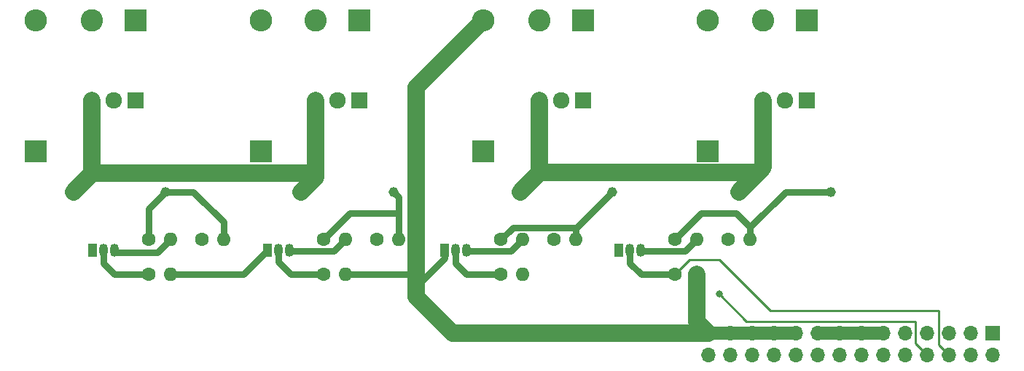
<source format=gbr>
%TF.GenerationSoftware,KiCad,Pcbnew,7.0.1*%
%TF.CreationDate,2023-04-25T19:24:48-07:00*%
%TF.ProjectId,MakeItRain - DaughterBoard Blank,4d616b65-4974-4526-9169-6e202d204461,rev?*%
%TF.SameCoordinates,Original*%
%TF.FileFunction,Copper,L1,Top*%
%TF.FilePolarity,Positive*%
%FSLAX46Y46*%
G04 Gerber Fmt 4.6, Leading zero omitted, Abs format (unit mm)*
G04 Created by KiCad (PCBNEW 7.0.1) date 2023-04-25 19:24:48*
%MOMM*%
%LPD*%
G01*
G04 APERTURE LIST*
%TA.AperFunction,ComponentPad*%
%ADD10R,1.700000X1.700000*%
%TD*%
%TA.AperFunction,ComponentPad*%
%ADD11O,1.700000X1.700000*%
%TD*%
%TA.AperFunction,ComponentPad*%
%ADD12R,1.150000X1.150000*%
%TD*%
%TA.AperFunction,ComponentPad*%
%ADD13C,1.150000*%
%TD*%
%TA.AperFunction,ComponentPad*%
%ADD14C,1.600000*%
%TD*%
%TA.AperFunction,ComponentPad*%
%ADD15O,1.600000X1.600000*%
%TD*%
%TA.AperFunction,ComponentPad*%
%ADD16R,1.920000X1.920000*%
%TD*%
%TA.AperFunction,ComponentPad*%
%ADD17C,1.920000*%
%TD*%
%TA.AperFunction,ComponentPad*%
%ADD18R,2.600000X2.600000*%
%TD*%
%TA.AperFunction,ComponentPad*%
%ADD19C,2.600000*%
%TD*%
%TA.AperFunction,ComponentPad*%
%ADD20O,2.600000X2.600000*%
%TD*%
%TA.AperFunction,ComponentPad*%
%ADD21R,1.050000X1.500000*%
%TD*%
%TA.AperFunction,ComponentPad*%
%ADD22O,1.050000X1.500000*%
%TD*%
%TA.AperFunction,ViaPad*%
%ADD23C,0.800000*%
%TD*%
%TA.AperFunction,Conductor*%
%ADD24C,1.524000*%
%TD*%
%TA.AperFunction,Conductor*%
%ADD25C,2.032000*%
%TD*%
%TA.AperFunction,Conductor*%
%ADD26C,0.762000*%
%TD*%
%TA.AperFunction,Conductor*%
%ADD27C,0.250000*%
%TD*%
G04 APERTURE END LIST*
D10*
%TO.P,J1,1,Pin_1*%
%TO.N,+VDC*%
X170349000Y-121042300D03*
D11*
%TO.P,J1,2,Pin_2*%
%TO.N,TX*%
X170349000Y-123582300D03*
%TO.P,J1,3,Pin_3*%
%TO.N,+VDC*%
X167809000Y-121042300D03*
%TO.P,J1,4,Pin_4*%
%TO.N,RX*%
X167809000Y-123582300D03*
%TO.P,J1,5,Pin_5*%
%TO.N,+VDC*%
X165269000Y-121042300D03*
%TO.P,J1,6,Pin_6*%
%TO.N,Z8*%
X165269000Y-123582300D03*
%TO.P,J1,7,Pin_7*%
%TO.N,+VDC*%
X162729000Y-121042300D03*
%TO.P,J1,8,Pin_8*%
%TO.N,Z7*%
X162729000Y-123582300D03*
%TO.P,J1,9,Pin_9*%
%TO.N,+VDC*%
X160189000Y-121042300D03*
%TO.P,J1,10,Pin_10*%
%TO.N,Z6*%
X160189000Y-123582300D03*
%TO.P,J1,11,Pin_11*%
%TO.N,+3V3*%
X157649000Y-121042300D03*
%TO.P,J1,12,Pin_12*%
%TO.N,Z5*%
X157649000Y-123582300D03*
%TO.P,J1,13,Pin_13*%
%TO.N,+3V3*%
X155109000Y-121042300D03*
%TO.P,J1,14,Pin_14*%
%TO.N,D26*%
X155109000Y-123582300D03*
%TO.P,J1,15,Pin_15*%
%TO.N,+3V3*%
X152569000Y-121042300D03*
%TO.P,J1,16,Pin_16*%
%TO.N,D23*%
X152569000Y-123582300D03*
%TO.P,J1,17,Pin_17*%
%TO.N,+3V3*%
X150029000Y-121042300D03*
%TO.P,J1,18,Pin_18*%
%TO.N,D19*%
X150029000Y-123582300D03*
%TO.P,J1,19,Pin_19*%
%TO.N,GND*%
X147489000Y-121042300D03*
%TO.P,J1,20,Pin_20*%
%TO.N,D18*%
X147489000Y-123582300D03*
%TO.P,J1,21,Pin_21*%
%TO.N,GND*%
X144949000Y-121042300D03*
%TO.P,J1,22,Pin_22*%
%TO.N,D17*%
X144949000Y-123582300D03*
%TO.P,J1,23,Pin_23*%
%TO.N,GND*%
X142409000Y-121042300D03*
%TO.P,J1,24,Pin_24*%
%TO.N,D16*%
X142409000Y-123582300D03*
%TO.P,J1,25,Pin_25*%
%TO.N,GND*%
X139869000Y-121042300D03*
%TO.P,J1,26,Pin_26*%
%TO.N,SCL*%
X139869000Y-123582300D03*
%TO.P,J1,27,Pin_27*%
%TO.N,GND*%
X137329000Y-121042300D03*
%TO.P,J1,28,Pin_28*%
%TO.N,SDA*%
X137329000Y-123582300D03*
%TD*%
D12*
%TO.P,Z3,1*%
%TO.N,+VDC*%
X115460364Y-104593019D03*
D13*
%TO.P,Z3,2*%
%TO.N,Net-(Q6-Pad1)*%
X126160364Y-104593019D03*
%TD*%
D14*
%TO.P,R12,1*%
%TO.N,Net-(Q8-Pad1)*%
X133485574Y-110147841D03*
D15*
%TO.P,R12,2*%
%TO.N,Net-(Q7-D)*%
X136025574Y-110147841D03*
%TD*%
D14*
%TO.P,R10,1*%
%TO.N,Z8*%
X133485574Y-114197841D03*
D15*
%TO.P,R10,2*%
%TO.N,GND*%
X136025574Y-114197841D03*
%TD*%
D16*
%TO.P,Q2,1*%
%TO.N,Net-(Q2-Pad1)*%
X70812955Y-93947182D03*
D17*
%TO.P,Q2,2*%
%TO.N,Net-(D1-K)*%
X68272955Y-93947182D03*
%TO.P,Q2,3*%
%TO.N,+VDC*%
X65732955Y-93947182D03*
%TD*%
D18*
%TO.P,P1,1,Pin_1*%
%TO.N,Net-(D1-K)*%
X70817955Y-84610664D03*
D19*
%TO.P,P1,2,Pin_2*%
%TO.N,GND*%
X65737955Y-84610664D03*
%TD*%
D18*
%TO.P,D1,1,K*%
%TO.N,Net-(D1-K)*%
X59178463Y-99850664D03*
D20*
%TO.P,D1,2,A*%
%TO.N,GND*%
X59178463Y-84610664D03*
%TD*%
D14*
%TO.P,R5,1*%
%TO.N,+VDC*%
X98817126Y-110147841D03*
D15*
%TO.P,R5,2*%
%TO.N,Net-(Q4-Pad1)*%
X101357126Y-110147841D03*
%TD*%
D12*
%TO.P,Z1,1*%
%TO.N,+VDC*%
X63569002Y-104593019D03*
D13*
%TO.P,Z1,2*%
%TO.N,Net-(Q2-Pad1)*%
X74269002Y-104593019D03*
%TD*%
D14*
%TO.P,R6,1*%
%TO.N,Net-(Q4-Pad1)*%
X92677126Y-110147841D03*
D15*
%TO.P,R6,2*%
%TO.N,Net-(Q3-D)*%
X95217126Y-110147841D03*
%TD*%
D18*
%TO.P,D3,1,K*%
%TO.N,Net-(D3-K)*%
X111168051Y-99850664D03*
D20*
%TO.P,D3,2,A*%
%TO.N,GND*%
X111168051Y-84610664D03*
%TD*%
D12*
%TO.P,Z2,1*%
%TO.N,+VDC*%
X90049609Y-104593019D03*
D13*
%TO.P,Z2,2*%
%TO.N,Net-(Q4-Pad1)*%
X100749609Y-104593019D03*
%TD*%
D14*
%TO.P,R11,1*%
%TO.N,+VDC*%
X139625574Y-110147841D03*
D15*
%TO.P,R11,2*%
%TO.N,Net-(Q8-Pad1)*%
X142165574Y-110147841D03*
%TD*%
D16*
%TO.P,Q8,1*%
%TO.N,Net-(Q8-Pad1)*%
X148760345Y-93947182D03*
D17*
%TO.P,Q8,2*%
%TO.N,Net-(D4-K)*%
X146220345Y-93947182D03*
%TO.P,Q8,3*%
%TO.N,+VDC*%
X143680345Y-93947182D03*
%TD*%
D14*
%TO.P,R7,1*%
%TO.N,Z7*%
X113228492Y-114197841D03*
D15*
%TO.P,R7,2*%
%TO.N,GND*%
X115768492Y-114197841D03*
%TD*%
D21*
%TO.P,Q7,1,S*%
%TO.N,GND*%
X126935574Y-111377841D03*
D22*
%TO.P,Q7,2,G*%
%TO.N,Z8*%
X128205574Y-111377841D03*
%TO.P,Q7,3,D*%
%TO.N,Net-(Q7-D)*%
X129475574Y-111377841D03*
%TD*%
D16*
%TO.P,Q4,1*%
%TO.N,Net-(Q4-Pad1)*%
X96810208Y-93947182D03*
D17*
%TO.P,Q4,2*%
%TO.N,Net-(D2-K)*%
X94270208Y-93947182D03*
%TO.P,Q4,3*%
%TO.N,+VDC*%
X91730208Y-93947182D03*
%TD*%
D14*
%TO.P,R3,1*%
%TO.N,Net-(Q2-Pad1)*%
X72317291Y-110147841D03*
D15*
%TO.P,R3,2*%
%TO.N,Net-(Q1-D)*%
X74857291Y-110147841D03*
%TD*%
D18*
%TO.P,P4,1,Pin_1*%
%TO.N,Net-(D4-K)*%
X148765345Y-84610664D03*
D19*
%TO.P,P4,2,Pin_2*%
%TO.N,GND*%
X143685345Y-84610664D03*
%TD*%
D14*
%TO.P,R9,1*%
%TO.N,Net-(Q6-Pad1)*%
X113228492Y-110147841D03*
D15*
%TO.P,R9,2*%
%TO.N,Net-(Q5-D)*%
X115768492Y-110147841D03*
%TD*%
D21*
%TO.P,Q1,1,S*%
%TO.N,GND*%
X65767291Y-111377841D03*
D22*
%TO.P,Q1,2,G*%
%TO.N,Z5*%
X67037291Y-111377841D03*
%TO.P,Q1,3,D*%
%TO.N,Net-(Q1-D)*%
X68307291Y-111377841D03*
%TD*%
D21*
%TO.P,Q5,1,S*%
%TO.N,GND*%
X106678492Y-111377841D03*
D22*
%TO.P,Q5,2,G*%
%TO.N,Z7*%
X107948492Y-111377841D03*
%TO.P,Q5,3,D*%
%TO.N,Net-(Q5-D)*%
X109218492Y-111377841D03*
%TD*%
D16*
%TO.P,Q6,1*%
%TO.N,Net-(Q6-Pad1)*%
X122777881Y-93947182D03*
D17*
%TO.P,Q6,2*%
%TO.N,Net-(D3-K)*%
X120237881Y-93947182D03*
%TO.P,Q6,3*%
%TO.N,+VDC*%
X117697881Y-93947182D03*
%TD*%
D14*
%TO.P,R2,1*%
%TO.N,+VDC*%
X78457291Y-110147841D03*
D15*
%TO.P,R2,2*%
%TO.N,Net-(Q2-Pad1)*%
X80997291Y-110147841D03*
%TD*%
D18*
%TO.P,P2,1,Pin_1*%
%TO.N,Net-(D2-K)*%
X96815208Y-84610664D03*
D19*
%TO.P,P2,2,Pin_2*%
%TO.N,GND*%
X91735208Y-84610664D03*
%TD*%
D21*
%TO.P,Q3,1,S*%
%TO.N,GND*%
X86127126Y-111377841D03*
D22*
%TO.P,Q3,2,G*%
%TO.N,Z6*%
X87397126Y-111377841D03*
%TO.P,Q3,3,D*%
%TO.N,Net-(Q3-D)*%
X88667126Y-111377841D03*
%TD*%
D14*
%TO.P,R8,1*%
%TO.N,+VDC*%
X119368492Y-110147841D03*
D15*
%TO.P,R8,2*%
%TO.N,Net-(Q6-Pad1)*%
X121908492Y-110147841D03*
%TD*%
D18*
%TO.P,D4,1,K*%
%TO.N,Net-(D4-K)*%
X137268886Y-99850664D03*
D20*
%TO.P,D4,2,A*%
%TO.N,GND*%
X137268886Y-84610664D03*
%TD*%
D14*
%TO.P,R1,1*%
%TO.N,Z5*%
X72317291Y-114197841D03*
D15*
%TO.P,R1,2*%
%TO.N,GND*%
X74857291Y-114197841D03*
%TD*%
D12*
%TO.P,Z4,1*%
%TO.N,+VDC*%
X140876856Y-104593019D03*
D13*
%TO.P,Z4,2*%
%TO.N,Net-(Q8-Pad1)*%
X151576856Y-104593019D03*
%TD*%
D18*
%TO.P,D2,1,K*%
%TO.N,Net-(D2-K)*%
X85333551Y-99850664D03*
D20*
%TO.P,D2,2,A*%
%TO.N,GND*%
X85333551Y-84610664D03*
%TD*%
D14*
%TO.P,R4,1*%
%TO.N,Z6*%
X92677126Y-114197841D03*
D15*
%TO.P,R4,2*%
%TO.N,GND*%
X95217126Y-114197841D03*
%TD*%
D18*
%TO.P,P3,1,Pin_1*%
%TO.N,Net-(D3-K)*%
X122782881Y-84610664D03*
D19*
%TO.P,P3,2,Pin_2*%
%TO.N,GND*%
X117702881Y-84610664D03*
%TD*%
D23*
%TO.N,Z7*%
X138581288Y-116519488D03*
%TD*%
D24*
%TO.N,GND*%
X139869000Y-121042300D02*
X137329000Y-121042300D01*
%TO.N,+3V3*%
X155109000Y-121042300D02*
X157649000Y-121042300D01*
X152569000Y-121042300D02*
X155109000Y-121042300D01*
X150029000Y-121042300D02*
X152569000Y-121042300D01*
%TO.N,GND*%
X139869000Y-121042300D02*
X142409000Y-121042300D01*
X144949000Y-121042300D02*
X147489000Y-121042300D01*
X144949000Y-121042300D02*
X142409000Y-121042300D01*
D25*
X136025574Y-119738874D02*
X137329000Y-121042300D01*
X136025574Y-114197841D02*
X136025574Y-119738874D01*
X107631042Y-121042300D02*
X137329000Y-121042300D01*
X103372637Y-115625512D02*
X103372637Y-116783895D01*
X103372637Y-116783895D02*
X107631042Y-121042300D01*
X103372637Y-115625512D02*
X103372637Y-113731574D01*
D26*
X83307126Y-114197841D02*
X86127126Y-111377841D01*
X74857291Y-114197841D02*
X83307126Y-114197841D01*
X102906370Y-114197841D02*
X103372637Y-113731574D01*
D25*
X103372637Y-92406078D02*
X111168051Y-84610664D01*
X103372637Y-113731574D02*
X103372637Y-92406078D01*
D26*
X106678492Y-112319657D02*
X103372637Y-115625512D01*
X95217126Y-114197841D02*
X102906370Y-114197841D01*
X106678492Y-111377841D02*
X106678492Y-112319657D01*
D25*
%TO.N,+VDC*%
X143680345Y-93947182D02*
X143680345Y-101789530D01*
X65732955Y-102429066D02*
X63569002Y-104593019D01*
X65732955Y-93947182D02*
X65732955Y-102429066D01*
X117708554Y-102366175D02*
X143103700Y-102366175D01*
X117697881Y-93947182D02*
X117697881Y-102355502D01*
X143103700Y-102366175D02*
X143680345Y-101789530D01*
X117697881Y-102355502D02*
X117708554Y-102366175D01*
X91246854Y-102429066D02*
X91730208Y-102912420D01*
X91730208Y-93947182D02*
X91730208Y-102912420D01*
X117697881Y-102355502D02*
X115460364Y-104593019D01*
X91730208Y-102912420D02*
X90049609Y-104593019D01*
X65732955Y-102429066D02*
X91246854Y-102429066D01*
X143680345Y-101789530D02*
X140876856Y-104593019D01*
D26*
%TO.N,Net-(Q1-D)*%
X74857291Y-110147841D02*
X73325774Y-111679358D01*
X73325774Y-111679358D02*
X68608808Y-111679358D01*
X68608808Y-111679358D02*
X68307291Y-111377841D01*
%TO.N,Net-(Q2-Pad1)*%
X72317291Y-106544730D02*
X74269002Y-104593019D01*
X72317291Y-110147841D02*
X72317291Y-106544730D01*
X77505791Y-104593019D02*
X74269002Y-104593019D01*
X80997291Y-108084519D02*
X77505791Y-104593019D01*
X80997291Y-110147841D02*
X80997291Y-108084519D01*
%TO.N,Net-(Q3-D)*%
X88817637Y-111528352D02*
X88667126Y-111377841D01*
X95217126Y-110147841D02*
X93836615Y-111528352D01*
X93836615Y-111528352D02*
X88817637Y-111528352D01*
%TO.N,Net-(Q4-Pad1)*%
X101357126Y-107118486D02*
X101357126Y-105200536D01*
X92677126Y-110147841D02*
X95706481Y-107118486D01*
X95706481Y-107118486D02*
X101357126Y-107118486D01*
X101357126Y-110147841D02*
X101357126Y-107118486D01*
X101357126Y-105200536D02*
X100749609Y-104593019D01*
%TO.N,Net-(Q5-D)*%
X114387981Y-111528352D02*
X109369003Y-111528352D01*
X115768492Y-110147841D02*
X114387981Y-111528352D01*
X109369003Y-111528352D02*
X109218492Y-111377841D01*
%TO.N,Net-(Q6-Pad1)*%
X121908492Y-110147841D02*
X121908492Y-108844891D01*
X121830931Y-108767330D02*
X121908492Y-108844891D01*
X113228492Y-110147841D02*
X114609003Y-108767330D01*
X121908492Y-108844891D02*
X126160364Y-104593019D01*
X114609003Y-108767330D02*
X121830931Y-108767330D01*
%TO.N,Net-(Q7-D)*%
X134645063Y-111528352D02*
X129626085Y-111528352D01*
X136025574Y-110147841D02*
X134645063Y-111528352D01*
X129626085Y-111528352D02*
X129475574Y-111377841D01*
%TO.N,Net-(Q8-Pad1)*%
X136528152Y-107105263D02*
X140569755Y-107105263D01*
X140569755Y-107105263D02*
X142165574Y-108701082D01*
X142165574Y-108701082D02*
X146273637Y-104593019D01*
X142165574Y-110147841D02*
X142165574Y-108701082D01*
X146273637Y-104593019D02*
X151576856Y-104593019D01*
X133485574Y-110147841D02*
X136528152Y-107105263D01*
D27*
%TO.N,Z8*%
X135162241Y-112521174D02*
X138633897Y-112521174D01*
X164094489Y-118455239D02*
X144541658Y-118455239D01*
D26*
X129513574Y-114197841D02*
X128205574Y-112889841D01*
D27*
X144541658Y-118455239D02*
X138633897Y-112547478D01*
D26*
X133485574Y-114197841D02*
X129513574Y-114197841D01*
D27*
X164094489Y-122407789D02*
X164094489Y-118455239D01*
X133485574Y-114197841D02*
X135162241Y-112521174D01*
X138633897Y-112547478D02*
X138633897Y-112521174D01*
D26*
X128205574Y-112889841D02*
X128205574Y-111377841D01*
D27*
X165269000Y-123582300D02*
X164094489Y-122407789D01*
%TO.N,Z7*%
X161363511Y-119704712D02*
X141766512Y-119704712D01*
D26*
X107948492Y-112889841D02*
X107948492Y-111377841D01*
X109256492Y-114197841D02*
X107948492Y-112889841D01*
D27*
X161363511Y-122216811D02*
X161363511Y-119704712D01*
X162729000Y-123582300D02*
X161363511Y-122216811D01*
X141766512Y-119704712D02*
X138581288Y-116519488D01*
D26*
X113228492Y-114197841D02*
X109256492Y-114197841D01*
%TO.N,Z6*%
X87397126Y-112795009D02*
X87397126Y-111377841D01*
X92677126Y-114197841D02*
X88799958Y-114197841D01*
X88799958Y-114197841D02*
X87397126Y-112795009D01*
%TO.N,Z5*%
X67037291Y-112889841D02*
X67037291Y-111377841D01*
X68345291Y-114197841D02*
X67037291Y-112889841D01*
X72317291Y-114197841D02*
X68345291Y-114197841D01*
%TD*%
M02*

</source>
